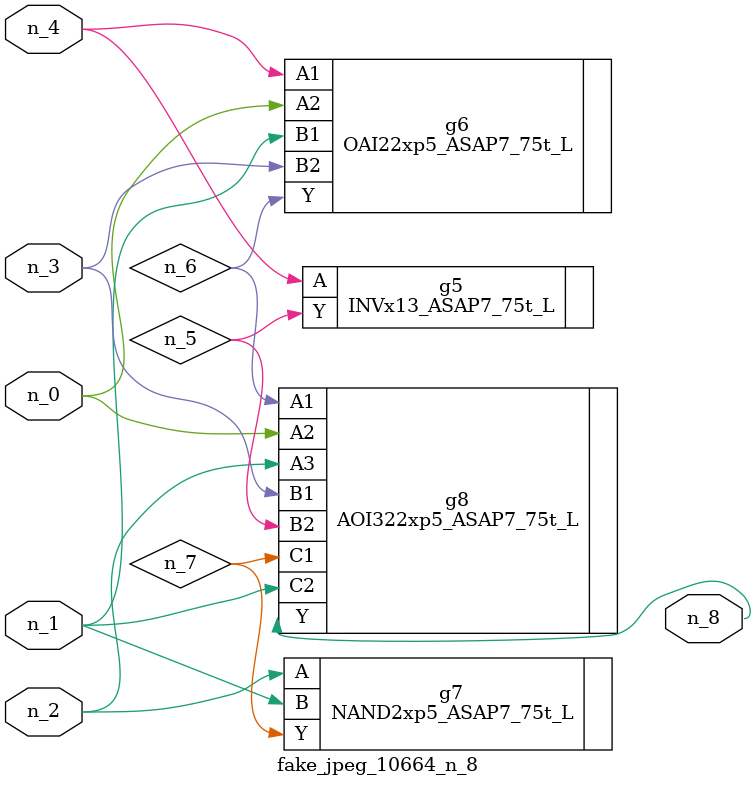
<source format=v>
module fake_jpeg_10664_n_8 (n_3, n_2, n_1, n_0, n_4, n_8);

input n_3;
input n_2;
input n_1;
input n_0;
input n_4;

output n_8;

wire n_6;
wire n_5;
wire n_7;

INVx13_ASAP7_75t_L g5 ( 
.A(n_4),
.Y(n_5)
);

OAI22xp5_ASAP7_75t_L g6 ( 
.A1(n_4),
.A2(n_0),
.B1(n_1),
.B2(n_3),
.Y(n_6)
);

NAND2xp5_ASAP7_75t_L g7 ( 
.A(n_2),
.B(n_1),
.Y(n_7)
);

AOI322xp5_ASAP7_75t_L g8 ( 
.A1(n_6),
.A2(n_0),
.A3(n_2),
.B1(n_3),
.B2(n_5),
.C1(n_7),
.C2(n_1),
.Y(n_8)
);


endmodule
</source>
